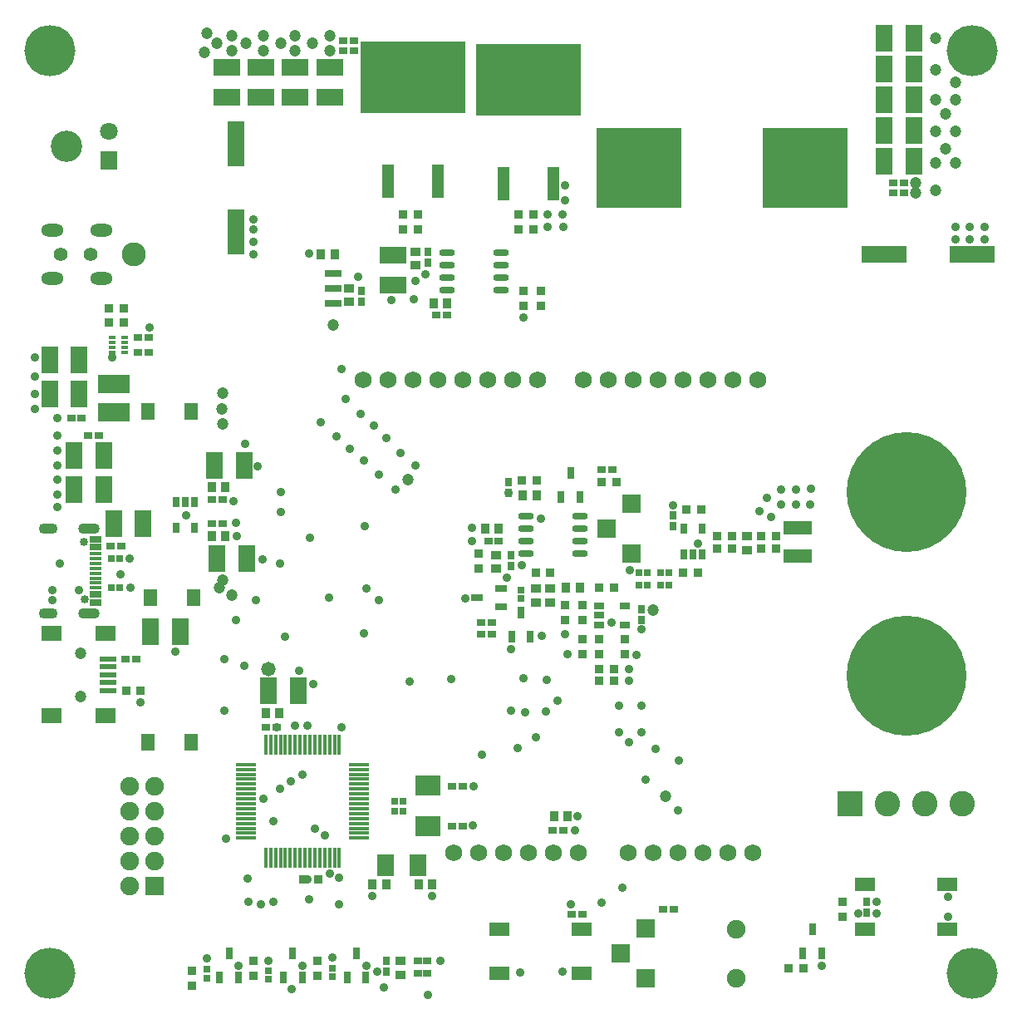
<source format=gts>
G04*
G04 #@! TF.GenerationSoftware,Altium Limited,Altium Designer,23.3.1 (30)*
G04*
G04 Layer_Color=8388736*
%FSLAX25Y25*%
%MOIN*%
G70*
G04*
G04 #@! TF.SameCoordinates,A0E3A479-A048-482A-A5C8-966E8189681F*
G04*
G04*
G04 #@! TF.FilePolarity,Negative*
G04*
G01*
G75*
%ADD43R,0.06837X0.11030*%
%ADD44R,0.03511X0.02526*%
%ADD45R,0.18117X0.06896*%
%ADD46R,0.11030X0.06837*%
%ADD47R,0.03575X0.03802*%
%ADD48R,0.03943X0.03550*%
%ADD49R,0.02526X0.03511*%
%ADD50O,0.06384X0.02762*%
%ADD51R,0.03550X0.03943*%
%ADD52R,0.06601X0.03046*%
%ADD53R,0.03077X0.01502*%
%ADD54R,0.05321X0.07093*%
%ADD55R,0.02627X0.02526*%
%ADD56O,0.01581X0.08274*%
%ADD57O,0.08274X0.01581*%
%ADD58R,0.02762X0.04337*%
%ADD59R,0.11455X0.05449*%
%ADD60R,0.02762X0.04613*%
%ADD61R,0.04337X0.02762*%
%ADD62R,0.03802X0.03575*%
%ADD63R,0.04613X0.02762*%
%ADD64R,0.03353X0.03156*%
%ADD65R,0.02526X0.02627*%
%ADD66R,0.07880X0.05518*%
%ADD67R,0.09849X0.07880*%
%ADD68R,0.06706X0.08674*%
%ADD69R,0.34265X0.32296*%
%ADD70R,0.42000X0.28670*%
%ADD71R,0.04865X0.13623*%
%ADD72R,0.06896X0.18117*%
%ADD73R,0.04921X0.01575*%
%ADD74R,0.04921X0.02756*%
%ADD75R,0.07880X0.06109*%
%ADD76R,0.07093X0.02368*%
%ADD77R,0.13077X0.07581*%
%ADD78C,0.06800*%
%ADD79C,0.10243*%
%ADD80R,0.10243X0.10243*%
%ADD81R,0.07093X0.07400*%
%ADD82C,0.07093*%
%ADD83C,0.12611*%
%ADD84C,0.09646*%
%ADD85O,0.09055X0.05118*%
%ADD86C,0.05524*%
%ADD87R,0.07487X0.07487*%
%ADD88C,0.07487*%
%ADD89O,0.07480X0.04331*%
%ADD90O,0.08662X0.04331*%
%ADD91C,0.03359*%
%ADD92C,0.04737*%
%ADD93C,0.48044*%
%ADD94C,0.03556*%
%ADD95C,0.04737*%
%ADD96C,0.05800*%
%ADD97C,0.20485*%
D43*
X358405Y-6890D02*
D03*
X346457D02*
D03*
X358405Y-19244D02*
D03*
X346457D02*
D03*
X358405Y-31598D02*
D03*
X346457D02*
D03*
X358405Y-43953D02*
D03*
X346457D02*
D03*
X358405Y-56307D02*
D03*
X346457D02*
D03*
X11673Y-135827D02*
D03*
X23622D02*
D03*
X11673Y-149606D02*
D03*
X23622D02*
D03*
X21516Y-174213D02*
D03*
X33465D02*
D03*
X21516Y-187992D02*
D03*
X33465D02*
D03*
X49281Y-201772D02*
D03*
X37333D02*
D03*
X52165Y-245079D02*
D03*
X64114D02*
D03*
X111358Y-268701D02*
D03*
X99410D02*
D03*
X78740Y-215551D02*
D03*
X90689D02*
D03*
X77756Y-178150D02*
D03*
X89705D02*
D03*
D44*
X350039Y-64961D02*
D03*
X354331D02*
D03*
Y-68898D02*
D03*
X350039D02*
D03*
X133858Y-11811D02*
D03*
X129567D02*
D03*
Y-7874D02*
D03*
X133858D02*
D03*
X171260Y-118110D02*
D03*
X166968D02*
D03*
X47244Y-132874D02*
D03*
X51536D02*
D03*
Y-126969D02*
D03*
X47244D02*
D03*
X24606Y-159449D02*
D03*
X20314D02*
D03*
X31496Y-166339D02*
D03*
X27204D02*
D03*
X36240Y-210630D02*
D03*
X40532D02*
D03*
X98425Y-283465D02*
D03*
X102717D02*
D03*
X233268Y-180118D02*
D03*
X237560D02*
D03*
X191929Y-208661D02*
D03*
X187637D02*
D03*
X188976Y-246063D02*
D03*
X184685D02*
D03*
X188976Y-241142D02*
D03*
X184685D02*
D03*
X213583Y-324803D02*
D03*
X217875D02*
D03*
X225394Y-358268D02*
D03*
X221102D02*
D03*
X173228Y-307087D02*
D03*
X177520D02*
D03*
X173228Y-322835D02*
D03*
X177520D02*
D03*
X46437Y-255906D02*
D03*
X42145D02*
D03*
X262166Y-356299D02*
D03*
X257874D02*
D03*
X81063Y-201772D02*
D03*
X76772D02*
D03*
X81063Y-191929D02*
D03*
X76772D02*
D03*
D45*
X381890Y-93504D02*
D03*
X346457D02*
D03*
D46*
X124016Y-18632D02*
D03*
Y-30581D02*
D03*
X110236Y-18632D02*
D03*
Y-30581D02*
D03*
X96457D02*
D03*
Y-18632D02*
D03*
X82677D02*
D03*
Y-30581D02*
D03*
X149405Y-93977D02*
D03*
Y-105926D02*
D03*
D47*
X205721Y-83661D02*
D03*
X199790D02*
D03*
X205721Y-77756D02*
D03*
X199790D02*
D03*
X159474D02*
D03*
X153543D02*
D03*
X159474Y-83661D02*
D03*
X153543D02*
D03*
X41339Y-115157D02*
D03*
X35408D02*
D03*
Y-121063D02*
D03*
X41339D02*
D03*
X271679Y-221457D02*
D03*
X265748D02*
D03*
X285433Y-206693D02*
D03*
X279502D02*
D03*
X285433Y-211614D02*
D03*
X279502D02*
D03*
X303150D02*
D03*
X297219D02*
D03*
X303150Y-206693D02*
D03*
X297219D02*
D03*
X239199Y-185039D02*
D03*
X233268D02*
D03*
X201175Y-184302D02*
D03*
X207106D02*
D03*
X212598Y-221457D02*
D03*
X206667D02*
D03*
X238189Y-227362D02*
D03*
X232258D02*
D03*
X238214Y-259842D02*
D03*
X232283D02*
D03*
Y-264764D02*
D03*
X238214D02*
D03*
X119552Y-344417D02*
D03*
X113621D02*
D03*
X308045Y-379921D02*
D03*
X313976D02*
D03*
X273032Y-195866D02*
D03*
X267101D02*
D03*
X42310Y-268701D02*
D03*
X48241D02*
D03*
D48*
X158465Y-98031D02*
D03*
Y-92520D02*
D03*
X131890Y-107283D02*
D03*
Y-112794D02*
D03*
X291339Y-206693D02*
D03*
Y-212204D02*
D03*
X190945Y-219723D02*
D03*
Y-214212D02*
D03*
X212598Y-233268D02*
D03*
Y-227757D02*
D03*
X206693Y-233268D02*
D03*
Y-227757D02*
D03*
X152559Y-382480D02*
D03*
Y-376969D02*
D03*
D49*
X163386Y-96811D02*
D03*
Y-92520D02*
D03*
X136811Y-108268D02*
D03*
Y-112559D02*
D03*
X195866Y-185039D02*
D03*
Y-189331D02*
D03*
X196850Y-214212D02*
D03*
Y-218504D02*
D03*
X249016Y-236043D02*
D03*
Y-240335D02*
D03*
X339567Y-357638D02*
D03*
Y-353346D02*
D03*
X146653Y-376969D02*
D03*
Y-381260D02*
D03*
X261811Y-198464D02*
D03*
Y-202756D02*
D03*
D50*
X171300Y-92893D02*
D03*
Y-97894D02*
D03*
Y-102893D02*
D03*
Y-107894D02*
D03*
X192874Y-92893D02*
D03*
Y-97894D02*
D03*
Y-102893D02*
D03*
Y-107894D02*
D03*
X224410Y-213740D02*
D03*
Y-208740D02*
D03*
Y-203740D02*
D03*
Y-198740D02*
D03*
X202835Y-213740D02*
D03*
Y-208740D02*
D03*
Y-203740D02*
D03*
Y-198740D02*
D03*
D51*
X171260Y-113189D02*
D03*
X165749D02*
D03*
X103936Y-277559D02*
D03*
X98425D02*
D03*
X201595Y-190208D02*
D03*
X207106D02*
D03*
X186418Y-203740D02*
D03*
X191929D02*
D03*
X224410Y-227362D02*
D03*
X218899D02*
D03*
X219488Y-318898D02*
D03*
X213977D02*
D03*
X165157Y-346457D02*
D03*
X159646D02*
D03*
X141142D02*
D03*
X146653D02*
D03*
X76772Y-206693D02*
D03*
X82283D02*
D03*
X76772Y-187008D02*
D03*
X82283D02*
D03*
X125984Y-93504D02*
D03*
X120473D02*
D03*
D52*
X125340Y-107241D02*
D03*
X125418Y-113189D02*
D03*
Y-101377D02*
D03*
D53*
X41890Y-126969D02*
D03*
Y-128937D02*
D03*
Y-130905D02*
D03*
Y-132874D02*
D03*
X36850D02*
D03*
Y-130905D02*
D03*
Y-128937D02*
D03*
Y-126969D02*
D03*
D54*
X68504Y-156496D02*
D03*
X51181D02*
D03*
X69488Y-231299D02*
D03*
X52165D02*
D03*
X68504Y-289370D02*
D03*
X51181D02*
D03*
D55*
X39825Y-215551D02*
D03*
X36417D02*
D03*
X39825Y-227362D02*
D03*
X36417D02*
D03*
X247970Y-221456D02*
D03*
X251378D02*
D03*
X256828D02*
D03*
X260237D02*
D03*
X248031Y-226378D02*
D03*
X251439D02*
D03*
X256890D02*
D03*
X260298D02*
D03*
X150135Y-316929D02*
D03*
X153543D02*
D03*
X150135Y-312992D02*
D03*
X153543D02*
D03*
D56*
X127953Y-335629D02*
D03*
X125984D02*
D03*
X124016D02*
D03*
X122047D02*
D03*
X120079D02*
D03*
X118110D02*
D03*
X116142D02*
D03*
X114173D02*
D03*
X112205D02*
D03*
X110236D02*
D03*
X108268D02*
D03*
X106299D02*
D03*
X104331D02*
D03*
X102362D02*
D03*
X100394D02*
D03*
X98425D02*
D03*
Y-290354D02*
D03*
X100394D02*
D03*
X102362D02*
D03*
X104331D02*
D03*
X106299D02*
D03*
X108268D02*
D03*
X110236D02*
D03*
X112205D02*
D03*
X114173D02*
D03*
X116142D02*
D03*
X118110D02*
D03*
X120079D02*
D03*
X122047D02*
D03*
X124016D02*
D03*
X125984D02*
D03*
X127953D02*
D03*
D57*
X90551Y-327756D02*
D03*
Y-325787D02*
D03*
Y-323819D02*
D03*
Y-321850D02*
D03*
Y-319882D02*
D03*
Y-317913D02*
D03*
Y-315945D02*
D03*
Y-313976D02*
D03*
Y-312008D02*
D03*
Y-310039D02*
D03*
Y-308071D02*
D03*
Y-306102D02*
D03*
Y-304134D02*
D03*
Y-302165D02*
D03*
Y-300197D02*
D03*
Y-298228D02*
D03*
X135826D02*
D03*
Y-300197D02*
D03*
Y-302165D02*
D03*
Y-304134D02*
D03*
Y-306102D02*
D03*
Y-308071D02*
D03*
Y-310039D02*
D03*
Y-312008D02*
D03*
Y-313976D02*
D03*
Y-315945D02*
D03*
Y-317913D02*
D03*
Y-319882D02*
D03*
Y-321850D02*
D03*
Y-323819D02*
D03*
Y-325787D02*
D03*
Y-327756D02*
D03*
D58*
X266142Y-203740D02*
D03*
X273622Y-203740D02*
D03*
X273622Y-213976D02*
D03*
X269881Y-213976D02*
D03*
X266141Y-213976D02*
D03*
X69882Y-192913D02*
D03*
X66142Y-192913D02*
D03*
X62402Y-192913D02*
D03*
X62401Y-203149D02*
D03*
X69881Y-203150D02*
D03*
D59*
X311825Y-214549D02*
D03*
Y-203201D02*
D03*
D60*
X216929Y-190945D02*
D03*
X224410D02*
D03*
X220669Y-181220D02*
D03*
X131102Y-383799D02*
D03*
X138583D02*
D03*
X134843Y-374074D02*
D03*
X105512Y-383799D02*
D03*
X112992D02*
D03*
X109252Y-374074D02*
D03*
X79921Y-383799D02*
D03*
X87402D02*
D03*
X83661Y-374074D02*
D03*
X197047Y-246929D02*
D03*
X204528D02*
D03*
X200787Y-237205D02*
D03*
X317659Y-364216D02*
D03*
X321400Y-373940D02*
D03*
X313919D02*
D03*
D61*
X242520Y-234665D02*
D03*
X242519Y-242145D02*
D03*
X232283Y-242144D02*
D03*
X232283Y-238404D02*
D03*
X232283Y-234665D02*
D03*
D62*
X225394Y-240158D02*
D03*
Y-234226D02*
D03*
X218504Y-240158D02*
D03*
Y-234226D02*
D03*
X183850Y-219612D02*
D03*
Y-213681D02*
D03*
X242502Y-253971D02*
D03*
Y-248040D02*
D03*
X232283Y-253962D02*
D03*
Y-248031D02*
D03*
X225394D02*
D03*
Y-253962D02*
D03*
X329724Y-353346D02*
D03*
Y-359278D02*
D03*
X119095Y-382874D02*
D03*
Y-376943D02*
D03*
X93504Y-382874D02*
D03*
Y-376943D02*
D03*
X68898Y-386837D02*
D03*
Y-380906D02*
D03*
X208661Y-114173D02*
D03*
Y-108242D02*
D03*
X201772Y-108268D02*
D03*
Y-114199D02*
D03*
D63*
X192854Y-235039D02*
D03*
Y-227559D02*
D03*
X183129Y-231299D02*
D03*
D64*
X159449Y-376969D02*
D03*
X163189Y-376969D02*
D03*
X159449Y-381851D02*
D03*
X163189D02*
D03*
D65*
X125000Y-383329D02*
D03*
Y-379921D02*
D03*
X99410Y-384314D02*
D03*
Y-380906D02*
D03*
X74803Y-383858D02*
D03*
Y-380450D02*
D03*
X200787Y-228346D02*
D03*
Y-231754D02*
D03*
D66*
X338780Y-346457D02*
D03*
X371850D02*
D03*
X338780Y-364173D02*
D03*
X371850D02*
D03*
X192126Y-364174D02*
D03*
X225197D02*
D03*
X192126Y-381890D02*
D03*
X225197D02*
D03*
D67*
X163386Y-322835D02*
D03*
Y-306693D02*
D03*
D68*
X146457Y-338583D02*
D03*
X159449D02*
D03*
D69*
X314961Y-59055D02*
D03*
X248031D02*
D03*
D70*
X203740Y-23622D02*
D03*
X157480Y-22638D02*
D03*
D71*
X213740Y-65242D02*
D03*
X193740D02*
D03*
X167480Y-64258D02*
D03*
X147480D02*
D03*
D72*
X86614Y-49213D02*
D03*
Y-84646D02*
D03*
D73*
X30224Y-227435D02*
D03*
Y-225466D02*
D03*
Y-223498D02*
D03*
Y-221529D02*
D03*
Y-219561D02*
D03*
Y-217593D02*
D03*
Y-215624D02*
D03*
Y-213655D02*
D03*
D74*
Y-233144D02*
D03*
Y-229994D02*
D03*
Y-211097D02*
D03*
Y-207947D02*
D03*
D75*
X34248Y-278616D02*
D03*
X12595D02*
D03*
Y-245742D02*
D03*
X34248D02*
D03*
D76*
X35035Y-268478D02*
D03*
Y-265329D02*
D03*
Y-262179D02*
D03*
Y-259030D02*
D03*
Y-255880D02*
D03*
D77*
X37402Y-145669D02*
D03*
Y-156913D02*
D03*
D78*
X225669Y-144055D02*
D03*
X235669D02*
D03*
X245669D02*
D03*
X255669D02*
D03*
X265669D02*
D03*
X275669D02*
D03*
X285669D02*
D03*
X295669D02*
D03*
X173779Y-333661D02*
D03*
X183780D02*
D03*
X193780D02*
D03*
X203780D02*
D03*
X213779D02*
D03*
X223780D02*
D03*
X243779D02*
D03*
X253780D02*
D03*
X263779D02*
D03*
X273780D02*
D03*
X283780D02*
D03*
X293779D02*
D03*
X137622Y-143898D02*
D03*
X147622D02*
D03*
X157622D02*
D03*
X167622D02*
D03*
X177622D02*
D03*
X187622D02*
D03*
X197622D02*
D03*
X207622D02*
D03*
D79*
X362815Y-313976D02*
D03*
X347815D02*
D03*
X377815D02*
D03*
D80*
X332815D02*
D03*
D81*
X35539Y-56102D02*
D03*
D82*
Y-44291D02*
D03*
D83*
X18531Y-50197D02*
D03*
D84*
X45382Y-93504D02*
D03*
D85*
X12705Y-103150D02*
D03*
X32390D02*
D03*
Y-83858D02*
D03*
X12705D02*
D03*
D86*
X28059Y-93504D02*
D03*
X16248D02*
D03*
D87*
X245079Y-213583D02*
D03*
X235079Y-203583D02*
D03*
X245079Y-193583D02*
D03*
X53750Y-346929D02*
D03*
X250730Y-363901D02*
D03*
X240730Y-373901D02*
D03*
X250730Y-383901D02*
D03*
D88*
X43750Y-346929D02*
D03*
X53750Y-336929D02*
D03*
X43750D02*
D03*
X53750Y-326929D02*
D03*
X43750D02*
D03*
X53750Y-316929D02*
D03*
X43750D02*
D03*
X53750Y-306929D02*
D03*
X43750D02*
D03*
X287148Y-383901D02*
D03*
Y-364216D02*
D03*
D89*
X11248Y-237553D02*
D03*
Y-203537D02*
D03*
D90*
X27587Y-237553D02*
D03*
Y-203537D02*
D03*
D91*
X25658Y-231962D02*
D03*
X25618Y-209128D02*
D03*
D92*
X24208Y-270841D02*
D03*
Y-253518D02*
D03*
D93*
X355315Y-188976D02*
D03*
Y-262795D02*
D03*
D94*
X36904Y-135023D02*
D03*
X66562Y-198321D02*
D03*
X271764Y-209532D02*
D03*
X138907Y-227716D02*
D03*
X138283Y-202612D02*
D03*
X108846Y-388218D02*
D03*
X125000Y-375747D02*
D03*
X244558Y-220183D02*
D03*
X249016Y-244094D02*
D03*
X115282Y-344403D02*
D03*
X115713Y-352196D02*
D03*
X91535Y-353346D02*
D03*
X90999Y-343986D02*
D03*
X201772Y-263779D02*
D03*
X211225Y-264211D02*
D03*
X202375Y-277192D02*
D03*
X210903Y-277084D02*
D03*
X263923Y-316667D02*
D03*
X250795Y-304405D02*
D03*
X254738Y-291903D02*
D03*
X264163Y-296760D02*
D03*
X232997Y-353681D02*
D03*
X241629Y-347540D02*
D03*
X185215Y-294421D02*
D03*
X199610Y-291476D02*
D03*
X156099Y-264977D02*
D03*
X172784Y-263887D02*
D03*
X143638Y-232394D02*
D03*
X137967Y-245497D02*
D03*
X104087Y-217688D02*
D03*
X123921Y-231411D02*
D03*
X104331Y-188976D02*
D03*
X116290Y-207466D02*
D03*
X104331Y-196850D02*
D03*
X93504Y-93504D02*
D03*
Y-88583D02*
D03*
Y-83661D02*
D03*
Y-79724D02*
D03*
X115897Y-93191D02*
D03*
X135474Y-102722D02*
D03*
X157796Y-111732D02*
D03*
X148955Y-111930D02*
D03*
X162538Y-101508D02*
D03*
X158465Y-104331D02*
D03*
X201772Y-119095D02*
D03*
X217817Y-82556D02*
D03*
X211614Y-82677D02*
D03*
X218504Y-65945D02*
D03*
Y-71850D02*
D03*
X217520Y-77756D02*
D03*
X211614D02*
D03*
X386811Y-82677D02*
D03*
X380906D02*
D03*
X375017Y-82511D02*
D03*
X296485Y-196674D02*
D03*
X299502Y-191382D02*
D03*
X305118Y-187992D02*
D03*
X311024D02*
D03*
X317211Y-187534D02*
D03*
X301262Y-199100D02*
D03*
X305142Y-193999D02*
D03*
X311024Y-193898D02*
D03*
X316636Y-194071D02*
D03*
X261942Y-194191D02*
D03*
X239199Y-185039D02*
D03*
X195866Y-189331D02*
D03*
X201595Y-190208D02*
D03*
X181157Y-208544D02*
D03*
X181160Y-203305D02*
D03*
X208739Y-199612D02*
D03*
X201138Y-218453D02*
D03*
X194994Y-223324D02*
D03*
X178386Y-231489D02*
D03*
X209050Y-246747D02*
D03*
X237003Y-241226D02*
D03*
X247075Y-254377D02*
D03*
X181642Y-306983D02*
D03*
X181537Y-322759D02*
D03*
X165020Y-350952D02*
D03*
X141005Y-350971D02*
D03*
X48163Y-273280D02*
D03*
X61994Y-253053D02*
D03*
X44166Y-227424D02*
D03*
X43915Y-215683D02*
D03*
X40019Y-222081D02*
D03*
X14764Y-194882D02*
D03*
Y-189961D02*
D03*
Y-184055D02*
D03*
Y-178150D02*
D03*
Y-172244D02*
D03*
Y-166339D02*
D03*
Y-159449D02*
D03*
X5906Y-155512D02*
D03*
Y-142717D02*
D03*
X35408Y-121063D02*
D03*
X386811Y-87598D02*
D03*
X380906D02*
D03*
X375000D02*
D03*
X5906Y-149606D02*
D03*
Y-134843D02*
D03*
X51908Y-123121D02*
D03*
X90244Y-169719D02*
D03*
X95265Y-178584D02*
D03*
X85598Y-192665D02*
D03*
X86485Y-201381D02*
D03*
X86727Y-206785D02*
D03*
X97032Y-215930D02*
D03*
X117381Y-266101D02*
D03*
X111786Y-260629D02*
D03*
X103936Y-277559D02*
D03*
X102717Y-283465D02*
D03*
X124098Y-342076D02*
D03*
X82561Y-327892D02*
D03*
X372047Y-359252D02*
D03*
Y-351378D02*
D03*
X343504Y-353346D02*
D03*
X343502Y-358119D02*
D03*
X336040Y-357942D02*
D03*
X321365Y-378956D02*
D03*
X222379Y-324697D02*
D03*
X223532Y-318937D02*
D03*
X220947Y-354342D02*
D03*
X217384Y-381411D02*
D03*
X200564Y-381506D02*
D03*
X143141Y-381266D02*
D03*
X138779Y-378937D02*
D03*
X113189D02*
D03*
X87353Y-379063D02*
D03*
X163386Y-390748D02*
D03*
X145669Y-387795D02*
D03*
X168307Y-376969D02*
D03*
X128937Y-283465D02*
D03*
X127953Y-354331D02*
D03*
Y-343504D02*
D03*
X249016Y-274606D02*
D03*
X81693Y-255906D02*
D03*
X86614Y-240158D02*
D03*
X94488Y-232283D02*
D03*
X106299Y-247047D02*
D03*
X89745Y-258544D02*
D03*
X113189Y-302165D02*
D03*
X240158Y-285433D02*
D03*
X248980Y-285361D02*
D03*
X240158Y-274606D02*
D03*
X244094Y-259842D02*
D03*
Y-289370D02*
D03*
Y-264764D02*
D03*
X126887Y-166756D02*
D03*
X132293Y-171562D02*
D03*
X137795Y-176181D02*
D03*
X143701Y-182087D02*
D03*
X150615Y-187931D02*
D03*
X120606Y-160813D02*
D03*
X158465Y-178150D02*
D03*
X128937Y-139764D02*
D03*
X130535Y-151524D02*
D03*
X136350Y-157578D02*
D03*
X141732Y-162402D02*
D03*
X146653Y-167323D02*
D03*
X152559Y-173228D02*
D03*
X23622Y-228346D02*
D03*
X15748Y-217520D02*
D03*
X12795Y-232283D02*
D03*
Y-228346D02*
D03*
X206693Y-287402D02*
D03*
X99410Y-376969D02*
D03*
X74803Y-375984D02*
D03*
X96457Y-354331D02*
D03*
X101378Y-353346D02*
D03*
X97441Y-312008D02*
D03*
X104250Y-308065D02*
D03*
X108575Y-304960D02*
D03*
X101378Y-320866D02*
D03*
X118110Y-323819D02*
D03*
X122047Y-326772D02*
D03*
X196850Y-251969D02*
D03*
Y-276575D02*
D03*
X215551Y-272638D02*
D03*
X81693Y-276575D02*
D03*
X115157Y-282480D02*
D03*
X110236D02*
D03*
X218504Y-246063D02*
D03*
X219488Y-253937D02*
D03*
D95*
X371063Y-51181D02*
D03*
Y-37402D02*
D03*
X73819Y-12795D02*
D03*
X78740Y-8858D02*
D03*
X74803Y-4921D02*
D03*
X375000Y-24606D02*
D03*
X359252Y-64961D02*
D03*
Y-68898D02*
D03*
X367126Y-67913D02*
D03*
X375000Y-57087D02*
D03*
Y-44291D02*
D03*
Y-31496D02*
D03*
X367126Y-6890D02*
D03*
Y-19685D02*
D03*
Y-31496D02*
D03*
Y-44291D02*
D03*
Y-57087D02*
D03*
X117126Y-8858D02*
D03*
X104331D02*
D03*
X90551D02*
D03*
X84646Y-5906D02*
D03*
X97441D02*
D03*
X110236D02*
D03*
X124016D02*
D03*
Y-11811D02*
D03*
X110236D02*
D03*
X97441D02*
D03*
X84646D02*
D03*
X258858Y-311024D02*
D03*
X253937Y-236221D02*
D03*
X80709Y-155512D02*
D03*
X81011Y-161487D02*
D03*
Y-149242D02*
D03*
X84646Y-230315D02*
D03*
X81011Y-224410D02*
D03*
X79724Y-227362D02*
D03*
X155512Y-184055D02*
D03*
X125388Y-121936D02*
D03*
D96*
X99410Y-259842D02*
D03*
D97*
X381890Y-11811D02*
D03*
X11811Y-381890D02*
D03*
X381890D02*
D03*
X11811Y-11811D02*
D03*
M02*

</source>
